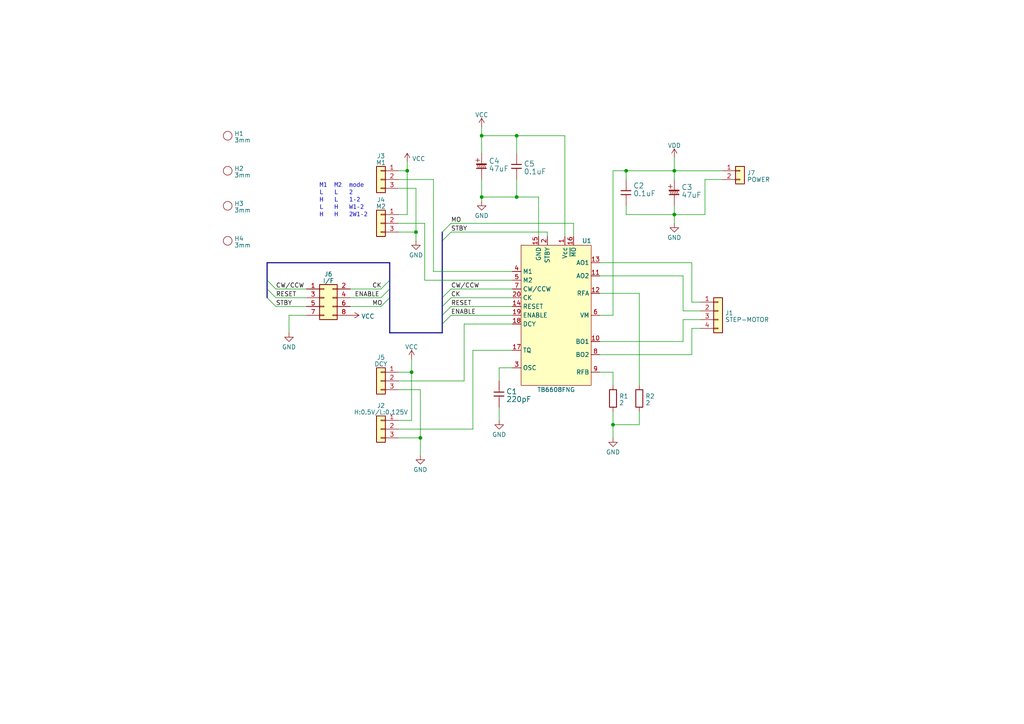
<source format=kicad_sch>
(kicad_sch (version 20230121) (generator eeschema)

  (uuid fe6068e1-55db-4f20-8000-579213a216a3)

  (paper "A4")

  (lib_symbols
    (symbol "Connector_Generic:Conn_01x02" (pin_names (offset 1.016) hide) (in_bom yes) (on_board yes)
      (property "Reference" "J" (at 0 2.54 0)
        (effects (font (size 1.27 1.27)))
      )
      (property "Value" "Conn_01x02" (at 0 -5.08 0)
        (effects (font (size 1.27 1.27)))
      )
      (property "Footprint" "" (at 0 0 0)
        (effects (font (size 1.27 1.27)) hide)
      )
      (property "Datasheet" "~" (at 0 0 0)
        (effects (font (size 1.27 1.27)) hide)
      )
      (property "ki_keywords" "connector" (at 0 0 0)
        (effects (font (size 1.27 1.27)) hide)
      )
      (property "ki_description" "Generic connector, single row, 01x02, script generated (kicad-library-utils/schlib/autogen/connector/)" (at 0 0 0)
        (effects (font (size 1.27 1.27)) hide)
      )
      (property "ki_fp_filters" "Connector*:*_1x??_*" (at 0 0 0)
        (effects (font (size 1.27 1.27)) hide)
      )
      (symbol "Conn_01x02_1_1"
        (rectangle (start -1.27 -2.413) (end 0 -2.667)
          (stroke (width 0.1524) (type default))
          (fill (type none))
        )
        (rectangle (start -1.27 0.127) (end 0 -0.127)
          (stroke (width 0.1524) (type default))
          (fill (type none))
        )
        (rectangle (start -1.27 1.27) (end 1.27 -3.81)
          (stroke (width 0.254) (type default))
          (fill (type background))
        )
        (pin passive line (at -5.08 0 0) (length 3.81)
          (name "Pin_1" (effects (font (size 1.27 1.27))))
          (number "1" (effects (font (size 1.27 1.27))))
        )
        (pin passive line (at -5.08 -2.54 0) (length 3.81)
          (name "Pin_2" (effects (font (size 1.27 1.27))))
          (number "2" (effects (font (size 1.27 1.27))))
        )
      )
    )
    (symbol "Connector_Generic:Conn_01x03" (pin_names (offset 1.016) hide) (in_bom yes) (on_board yes)
      (property "Reference" "J" (at 0 5.08 0)
        (effects (font (size 1.27 1.27)))
      )
      (property "Value" "Conn_01x03" (at 0 -5.08 0)
        (effects (font (size 1.27 1.27)))
      )
      (property "Footprint" "" (at 0 0 0)
        (effects (font (size 1.27 1.27)) hide)
      )
      (property "Datasheet" "~" (at 0 0 0)
        (effects (font (size 1.27 1.27)) hide)
      )
      (property "ki_keywords" "connector" (at 0 0 0)
        (effects (font (size 1.27 1.27)) hide)
      )
      (property "ki_description" "Generic connector, single row, 01x03, script generated (kicad-library-utils/schlib/autogen/connector/)" (at 0 0 0)
        (effects (font (size 1.27 1.27)) hide)
      )
      (property "ki_fp_filters" "Connector*:*_1x??_*" (at 0 0 0)
        (effects (font (size 1.27 1.27)) hide)
      )
      (symbol "Conn_01x03_1_1"
        (rectangle (start -1.27 -2.413) (end 0 -2.667)
          (stroke (width 0.1524) (type default))
          (fill (type none))
        )
        (rectangle (start -1.27 0.127) (end 0 -0.127)
          (stroke (width 0.1524) (type default))
          (fill (type none))
        )
        (rectangle (start -1.27 2.667) (end 0 2.413)
          (stroke (width 0.1524) (type default))
          (fill (type none))
        )
        (rectangle (start -1.27 3.81) (end 1.27 -3.81)
          (stroke (width 0.254) (type default))
          (fill (type background))
        )
        (pin passive line (at -5.08 2.54 0) (length 3.81)
          (name "Pin_1" (effects (font (size 1.27 1.27))))
          (number "1" (effects (font (size 1.27 1.27))))
        )
        (pin passive line (at -5.08 0 0) (length 3.81)
          (name "Pin_2" (effects (font (size 1.27 1.27))))
          (number "2" (effects (font (size 1.27 1.27))))
        )
        (pin passive line (at -5.08 -2.54 0) (length 3.81)
          (name "Pin_3" (effects (font (size 1.27 1.27))))
          (number "3" (effects (font (size 1.27 1.27))))
        )
      )
    )
    (symbol "Connector_Generic:Conn_01x04" (pin_names (offset 1.016) hide) (in_bom yes) (on_board yes)
      (property "Reference" "J" (at 0 5.08 0)
        (effects (font (size 1.27 1.27)))
      )
      (property "Value" "Conn_01x04" (at 0 -7.62 0)
        (effects (font (size 1.27 1.27)))
      )
      (property "Footprint" "" (at 0 0 0)
        (effects (font (size 1.27 1.27)) hide)
      )
      (property "Datasheet" "~" (at 0 0 0)
        (effects (font (size 1.27 1.27)) hide)
      )
      (property "ki_keywords" "connector" (at 0 0 0)
        (effects (font (size 1.27 1.27)) hide)
      )
      (property "ki_description" "Generic connector, single row, 01x04, script generated (kicad-library-utils/schlib/autogen/connector/)" (at 0 0 0)
        (effects (font (size 1.27 1.27)) hide)
      )
      (property "ki_fp_filters" "Connector*:*_1x??_*" (at 0 0 0)
        (effects (font (size 1.27 1.27)) hide)
      )
      (symbol "Conn_01x04_1_1"
        (rectangle (start -1.27 -4.953) (end 0 -5.207)
          (stroke (width 0.1524) (type default))
          (fill (type none))
        )
        (rectangle (start -1.27 -2.413) (end 0 -2.667)
          (stroke (width 0.1524) (type default))
          (fill (type none))
        )
        (rectangle (start -1.27 0.127) (end 0 -0.127)
          (stroke (width 0.1524) (type default))
          (fill (type none))
        )
        (rectangle (start -1.27 2.667) (end 0 2.413)
          (stroke (width 0.1524) (type default))
          (fill (type none))
        )
        (rectangle (start -1.27 3.81) (end 1.27 -6.35)
          (stroke (width 0.254) (type default))
          (fill (type background))
        )
        (pin passive line (at -5.08 2.54 0) (length 3.81)
          (name "Pin_1" (effects (font (size 1.27 1.27))))
          (number "1" (effects (font (size 1.27 1.27))))
        )
        (pin passive line (at -5.08 0 0) (length 3.81)
          (name "Pin_2" (effects (font (size 1.27 1.27))))
          (number "2" (effects (font (size 1.27 1.27))))
        )
        (pin passive line (at -5.08 -2.54 0) (length 3.81)
          (name "Pin_3" (effects (font (size 1.27 1.27))))
          (number "3" (effects (font (size 1.27 1.27))))
        )
        (pin passive line (at -5.08 -5.08 0) (length 3.81)
          (name "Pin_4" (effects (font (size 1.27 1.27))))
          (number "4" (effects (font (size 1.27 1.27))))
        )
      )
    )
    (symbol "Connector_Generic:Conn_02x04_Odd_Even" (pin_names (offset 1.016) hide) (in_bom yes) (on_board yes)
      (property "Reference" "J" (at 1.27 5.08 0)
        (effects (font (size 1.27 1.27)))
      )
      (property "Value" "Conn_02x04_Odd_Even" (at 1.27 -7.62 0)
        (effects (font (size 1.27 1.27)))
      )
      (property "Footprint" "" (at 0 0 0)
        (effects (font (size 1.27 1.27)) hide)
      )
      (property "Datasheet" "~" (at 0 0 0)
        (effects (font (size 1.27 1.27)) hide)
      )
      (property "ki_keywords" "connector" (at 0 0 0)
        (effects (font (size 1.27 1.27)) hide)
      )
      (property "ki_description" "Generic connector, double row, 02x04, odd/even pin numbering scheme (row 1 odd numbers, row 2 even numbers), script generated (kicad-library-utils/schlib/autogen/connector/)" (at 0 0 0)
        (effects (font (size 1.27 1.27)) hide)
      )
      (property "ki_fp_filters" "Connector*:*_2x??_*" (at 0 0 0)
        (effects (font (size 1.27 1.27)) hide)
      )
      (symbol "Conn_02x04_Odd_Even_1_1"
        (rectangle (start -1.27 -4.953) (end 0 -5.207)
          (stroke (width 0.1524) (type default))
          (fill (type none))
        )
        (rectangle (start -1.27 -2.413) (end 0 -2.667)
          (stroke (width 0.1524) (type default))
          (fill (type none))
        )
        (rectangle (start -1.27 0.127) (end 0 -0.127)
          (stroke (width 0.1524) (type default))
          (fill (type none))
        )
        (rectangle (start -1.27 2.667) (end 0 2.413)
          (stroke (width 0.1524) (type default))
          (fill (type none))
        )
        (rectangle (start -1.27 3.81) (end 3.81 -6.35)
          (stroke (width 0.254) (type default))
          (fill (type background))
        )
        (rectangle (start 3.81 -4.953) (end 2.54 -5.207)
          (stroke (width 0.1524) (type default))
          (fill (type none))
        )
        (rectangle (start 3.81 -2.413) (end 2.54 -2.667)
          (stroke (width 0.1524) (type default))
          (fill (type none))
        )
        (rectangle (start 3.81 0.127) (end 2.54 -0.127)
          (stroke (width 0.1524) (type default))
          (fill (type none))
        )
        (rectangle (start 3.81 2.667) (end 2.54 2.413)
          (stroke (width 0.1524) (type default))
          (fill (type none))
        )
        (pin passive line (at -5.08 2.54 0) (length 3.81)
          (name "Pin_1" (effects (font (size 1.27 1.27))))
          (number "1" (effects (font (size 1.27 1.27))))
        )
        (pin passive line (at 7.62 2.54 180) (length 3.81)
          (name "Pin_2" (effects (font (size 1.27 1.27))))
          (number "2" (effects (font (size 1.27 1.27))))
        )
        (pin passive line (at -5.08 0 0) (length 3.81)
          (name "Pin_3" (effects (font (size 1.27 1.27))))
          (number "3" (effects (font (size 1.27 1.27))))
        )
        (pin passive line (at 7.62 0 180) (length 3.81)
          (name "Pin_4" (effects (font (size 1.27 1.27))))
          (number "4" (effects (font (size 1.27 1.27))))
        )
        (pin passive line (at -5.08 -2.54 0) (length 3.81)
          (name "Pin_5" (effects (font (size 1.27 1.27))))
          (number "5" (effects (font (size 1.27 1.27))))
        )
        (pin passive line (at 7.62 -2.54 180) (length 3.81)
          (name "Pin_6" (effects (font (size 1.27 1.27))))
          (number "6" (effects (font (size 1.27 1.27))))
        )
        (pin passive line (at -5.08 -5.08 0) (length 3.81)
          (name "Pin_7" (effects (font (size 1.27 1.27))))
          (number "7" (effects (font (size 1.27 1.27))))
        )
        (pin passive line (at 7.62 -5.08 180) (length 3.81)
          (name "Pin_8" (effects (font (size 1.27 1.27))))
          (number "8" (effects (font (size 1.27 1.27))))
        )
      )
    )
    (symbol "akizuki:C-POL" (pin_numbers hide) (pin_names (offset 1.016) hide) (in_bom yes) (on_board yes)
      (property "Reference" "C" (at 2.54 2.54 0)
        (effects (font (size 1.524 1.524)))
      )
      (property "Value" "C-POL" (at -2.54 -2.54 0)
        (effects (font (size 1.524 1.524)))
      )
      (property "Footprint" "" (at 0 0 90)
        (effects (font (size 1.524 1.524)) hide)
      )
      (property "Datasheet" "" (at 0 0 90)
        (effects (font (size 1.524 1.524)) hide)
      )
      (property "ki_fp_filters" "RAD-0.2" (at 0 0 0)
        (effects (font (size 1.27 1.27)) hide)
      )
      (symbol "C-POL_0_0"
        (text "+" (at -1.143 1.905 0)
          (effects (font (size 1.524 1.524)))
        )
      )
      (symbol "C-POL_0_1"
        (rectangle (start -1.524 -0.508) (end 1.397 -0.635)
          (stroke (width 0) (type default))
          (fill (type none))
        )
        (rectangle (start -1.524 0.762) (end 1.397 0.508)
          (stroke (width 0) (type default))
          (fill (type outline))
        )
        (rectangle (start 0 -0.635) (end 0 -1.27)
          (stroke (width 0) (type default))
          (fill (type none))
        )
        (polyline
          (pts
            (xy -1.27 0.508)
            (xy -0.889 -0.508)
          )
          (stroke (width 0) (type default))
          (fill (type none))
        )
        (polyline
          (pts
            (xy -0.762 0.508)
            (xy -0.381 -0.508)
          )
          (stroke (width 0) (type default))
          (fill (type none))
        )
        (polyline
          (pts
            (xy -0.254 0.508)
            (xy 0.127 -0.508)
          )
          (stroke (width 0) (type default))
          (fill (type none))
        )
        (polyline
          (pts
            (xy 0.254 0.508)
            (xy 0.635 -0.508)
          )
          (stroke (width 0) (type default))
          (fill (type none))
        )
        (polyline
          (pts
            (xy 0.762 0.508)
            (xy 1.143 -0.508)
          )
          (stroke (width 0) (type default))
          (fill (type none))
        )
        (rectangle (start 0 1.27) (end 0 0.762)
          (stroke (width 0) (type default))
          (fill (type none))
        )
      )
      (symbol "C-POL_1_1"
        (pin passive line (at 0 3.81 270) (length 2.54)
          (name "~" (effects (font (size 1.27 1.27))))
          (number "1" (effects (font (size 1.27 1.27))))
        )
        (pin passive line (at 0 -3.81 90) (length 2.54)
          (name "~" (effects (font (size 1.27 1.27))))
          (number "2" (effects (font (size 1.27 1.27))))
        )
      )
    )
    (symbol "akizuki:CAP" (pin_numbers hide) (pin_names (offset 1.016) hide) (in_bom yes) (on_board yes)
      (property "Reference" "C" (at 2.54 2.54 0)
        (effects (font (size 1.524 1.524)))
      )
      (property "Value" "CAP" (at -2.54 -2.54 0)
        (effects (font (size 1.524 1.524)))
      )
      (property "Footprint" "" (at 0 0 90)
        (effects (font (size 1.524 1.524)) hide)
      )
      (property "Datasheet" "" (at 0 0 90)
        (effects (font (size 1.524 1.524)) hide)
      )
      (property "ki_fp_filters" "RAD-0.2 1608" (at 0 0 0)
        (effects (font (size 1.27 1.27)) hide)
      )
      (symbol "CAP_0_1"
        (rectangle (start -1.524 -0.508) (end 1.397 -0.635)
          (stroke (width 0) (type default))
          (fill (type none))
        )
        (rectangle (start -1.524 0.635) (end 1.397 0.508)
          (stroke (width 0) (type default))
          (fill (type none))
        )
        (rectangle (start 0 -0.635) (end 0 -1.27)
          (stroke (width 0) (type default))
          (fill (type none))
        )
        (rectangle (start 0 1.27) (end 0 0.635)
          (stroke (width 0) (type default))
          (fill (type none))
        )
      )
      (symbol "CAP_1_1"
        (pin passive line (at 0 -3.81 90) (length 2.54)
          (name "~" (effects (font (size 1.27 1.27))))
          (number "1" (effects (font (size 1.27 1.27))))
        )
        (pin passive line (at 0 3.81 270) (length 2.54)
          (name "~" (effects (font (size 1.27 1.27))))
          (number "2" (effects (font (size 1.27 1.27))))
        )
      )
    )
    (symbol "akizuki:Hole3mm" (in_bom yes) (on_board yes)
      (property "Reference" "H" (at 0 2.54 0)
        (effects (font (size 1.27 1.27)))
      )
      (property "Value" "3mm" (at 0 -2.54 0)
        (effects (font (size 1.27 1.27)))
      )
      (property "Footprint" "KiCAD_lib:Hole3mm" (at 0 -2.54 0)
        (effects (font (size 1.27 1.27)) hide)
      )
      (property "Datasheet" "" (at 0 0 0)
        (effects (font (size 1.27 1.27)) hide)
      )
      (symbol "Hole3mm_0_1"
        (circle (center 0 0) (radius 1.27)
          (stroke (width 0) (type default))
          (fill (type none))
        )
      )
    )
    (symbol "akizuki:R" (pin_numbers hide) (pin_names (offset 0)) (in_bom yes) (on_board yes)
      (property "Reference" "R" (at 0 2.54 0)
        (effects (font (size 1.27 1.27)))
      )
      (property "Value" "R" (at 0 -2.54 0)
        (effects (font (size 1.27 1.27)))
      )
      (property "Footprint" "" (at 0 -1.778 0)
        (effects (font (size 1.27 1.27)) hide)
      )
      (property "Datasheet" "" (at 0 0 90)
        (effects (font (size 1.27 1.27)) hide)
      )
      (property "ki_keywords" "R DEV" (at 0 0 0)
        (effects (font (size 1.27 1.27)) hide)
      )
      (property "ki_description" "Resistor" (at 0 0 0)
        (effects (font (size 1.27 1.27)) hide)
      )
      (property "ki_fp_filters" "R_* Resistor_*" (at 0 0 0)
        (effects (font (size 1.27 1.27)) hide)
      )
      (symbol "R_0_1"
        (rectangle (start 2.54 -1.016) (end -2.54 1.016)
          (stroke (width 0.254) (type default))
          (fill (type none))
        )
      )
      (symbol "R_1_1"
        (pin passive line (at -3.81 0 0) (length 1.27)
          (name "~" (effects (font (size 1.27 1.27))))
          (number "1" (effects (font (size 1.27 1.27))))
        )
        (pin passive line (at 3.81 0 180) (length 1.27)
          (name "~" (effects (font (size 1.27 1.27))))
          (number "2" (effects (font (size 1.27 1.27))))
        )
      )
    )
    (symbol "akizuki:TB6608FNG" (in_bom yes) (on_board yes)
      (property "Reference" "U" (at 8.89 21.59 0)
        (effects (font (size 1.27 1.27)))
      )
      (property "Value" "TB6608FNG" (at 0 -21.59 0)
        (effects (font (size 1.27 1.27)))
      )
      (property "Footprint" "Package_SO:SSOP-20_4.4x6.5mm_P0.65mm" (at 0 -24.13 0)
        (effects (font (size 1.27 1.27)) hide)
      )
      (property "Datasheet" "" (at -3.81 -2.54 0)
        (effects (font (size 1.27 1.27)) hide)
      )
      (property "ki_keywords" "TOSHIBA" (at 0 0 0)
        (effects (font (size 1.27 1.27)) hide)
      )
      (property "ki_description" "TOSHIBA ステッピングモータドライバ PWM 定電流方式マイクロステップ正弦波駆動" (at 0 0 0)
        (effects (font (size 1.27 1.27)) hide)
      )
      (symbol "TB6608FNG_0_1"
        (rectangle (start -10.16 20.32) (end 10.16 -20.32)
          (stroke (width 0) (type default))
          (fill (type background))
        )
      )
      (symbol "TB6608FNG_1_1"
        (pin power_in line (at 2.54 22.86 270) (length 2.54)
          (name "Vcc" (effects (font (size 1.27 1.27))))
          (number "1" (effects (font (size 1.27 1.27))))
        )
        (pin output line (at 12.7 -7.62 180) (length 2.54)
          (name "BO1" (effects (font (size 1.27 1.27))))
          (number "10" (effects (font (size 1.27 1.27))))
        )
        (pin output line (at 12.7 11.43 180) (length 2.54)
          (name "AO2" (effects (font (size 1.27 1.27))))
          (number "11" (effects (font (size 1.27 1.27))))
        )
        (pin input line (at 12.7 6.35 180) (length 2.54)
          (name "RFA" (effects (font (size 1.27 1.27))))
          (number "12" (effects (font (size 1.27 1.27))))
        )
        (pin output line (at 12.7 15.24 180) (length 2.54)
          (name "AO1" (effects (font (size 1.27 1.27))))
          (number "13" (effects (font (size 1.27 1.27))))
        )
        (pin input line (at -12.7 2.54 0) (length 2.54)
          (name "RESET" (effects (font (size 1.27 1.27))))
          (number "14" (effects (font (size 1.27 1.27))))
        )
        (pin power_in line (at -5.08 22.86 270) (length 2.54)
          (name "GND" (effects (font (size 1.27 1.27))))
          (number "15" (effects (font (size 1.27 1.27))))
        )
        (pin output line (at 5.08 22.86 270) (length 2.54)
          (name "~{MO}" (effects (font (size 1.27 1.27))))
          (number "16" (effects (font (size 1.27 1.27))))
        )
        (pin input line (at -12.7 -10.16 0) (length 2.54)
          (name "TQ" (effects (font (size 1.27 1.27))))
          (number "17" (effects (font (size 1.27 1.27))))
        )
        (pin input line (at -12.7 -2.54 0) (length 2.54)
          (name "DCY" (effects (font (size 1.27 1.27))))
          (number "18" (effects (font (size 1.27 1.27))))
        )
        (pin input line (at -12.7 0 0) (length 2.54)
          (name "ENABLE" (effects (font (size 1.27 1.27))))
          (number "19" (effects (font (size 1.27 1.27))))
        )
        (pin input line (at -2.54 22.86 270) (length 2.54)
          (name "STBY" (effects (font (size 1.27 1.27))))
          (number "2" (effects (font (size 1.27 1.27))))
        )
        (pin input line (at -12.7 5.08 0) (length 2.54)
          (name "CK" (effects (font (size 1.27 1.27))))
          (number "20" (effects (font (size 1.27 1.27))))
        )
        (pin input line (at -12.7 -15.24 0) (length 2.54)
          (name "OSC" (effects (font (size 1.27 1.27))))
          (number "3" (effects (font (size 1.27 1.27))))
        )
        (pin input line (at -12.7 12.7 0) (length 2.54)
          (name "M1" (effects (font (size 1.27 1.27))))
          (number "4" (effects (font (size 1.27 1.27))))
        )
        (pin input line (at -12.7 10.16 0) (length 2.54)
          (name "M2" (effects (font (size 1.27 1.27))))
          (number "5" (effects (font (size 1.27 1.27))))
        )
        (pin power_in line (at 12.7 0 180) (length 2.54)
          (name "VM" (effects (font (size 1.27 1.27))))
          (number "6" (effects (font (size 1.27 1.27))))
        )
        (pin input line (at -12.7 7.62 0) (length 2.54)
          (name "CW/CCW" (effects (font (size 1.27 1.27))))
          (number "7" (effects (font (size 1.27 1.27))))
        )
        (pin output line (at 12.7 -11.43 180) (length 2.54)
          (name "BO2" (effects (font (size 1.27 1.27))))
          (number "8" (effects (font (size 1.27 1.27))))
        )
        (pin input line (at 12.7 -16.51 180) (length 2.54)
          (name "RFB" (effects (font (size 1.27 1.27))))
          (number "9" (effects (font (size 1.27 1.27))))
        )
      )
    )
    (symbol "power:GND" (power) (pin_names (offset 0)) (in_bom yes) (on_board yes)
      (property "Reference" "#PWR" (at 0 -6.35 0)
        (effects (font (size 1.27 1.27)) hide)
      )
      (property "Value" "GND" (at 0 -3.81 0)
        (effects (font (size 1.27 1.27)))
      )
      (property "Footprint" "" (at 0 0 0)
        (effects (font (size 1.27 1.27)) hide)
      )
      (property "Datasheet" "" (at 0 0 0)
        (effects (font (size 1.27 1.27)) hide)
      )
      (property "ki_keywords" "global power" (at 0 0 0)
        (effects (font (size 1.27 1.27)) hide)
      )
      (property "ki_description" "Power symbol creates a global label with name \"GND\" , ground" (at 0 0 0)
        (effects (font (size 1.27 1.27)) hide)
      )
      (symbol "GND_0_1"
        (polyline
          (pts
            (xy 0 0)
            (xy 0 -1.27)
            (xy 1.27 -1.27)
            (xy 0 -2.54)
            (xy -1.27 -1.27)
            (xy 0 -1.27)
          )
          (stroke (width 0) (type default))
          (fill (type none))
        )
      )
      (symbol "GND_1_1"
        (pin power_in line (at 0 0 270) (length 0) hide
          (name "GND" (effects (font (size 1.27 1.27))))
          (number "1" (effects (font (size 1.27 1.27))))
        )
      )
    )
    (symbol "power:VCC" (power) (pin_names (offset 0)) (in_bom yes) (on_board yes)
      (property "Reference" "#PWR" (at 0 -3.81 0)
        (effects (font (size 1.27 1.27)) hide)
      )
      (property "Value" "VCC" (at 0 3.81 0)
        (effects (font (size 1.27 1.27)))
      )
      (property "Footprint" "" (at 0 0 0)
        (effects (font (size 1.27 1.27)) hide)
      )
      (property "Datasheet" "" (at 0 0 0)
        (effects (font (size 1.27 1.27)) hide)
      )
      (property "ki_keywords" "global power" (at 0 0 0)
        (effects (font (size 1.27 1.27)) hide)
      )
      (property "ki_description" "Power symbol creates a global label with name \"VCC\"" (at 0 0 0)
        (effects (font (size 1.27 1.27)) hide)
      )
      (symbol "VCC_0_1"
        (polyline
          (pts
            (xy -0.762 1.27)
            (xy 0 2.54)
          )
          (stroke (width 0) (type default))
          (fill (type none))
        )
        (polyline
          (pts
            (xy 0 0)
            (xy 0 2.54)
          )
          (stroke (width 0) (type default))
          (fill (type none))
        )
        (polyline
          (pts
            (xy 0 2.54)
            (xy 0.762 1.27)
          )
          (stroke (width 0) (type default))
          (fill (type none))
        )
      )
      (symbol "VCC_1_1"
        (pin power_in line (at 0 0 90) (length 0) hide
          (name "VCC" (effects (font (size 1.27 1.27))))
          (number "1" (effects (font (size 1.27 1.27))))
        )
      )
    )
    (symbol "power:VDD" (power) (pin_names (offset 0)) (in_bom yes) (on_board yes)
      (property "Reference" "#PWR" (at 0 -3.81 0)
        (effects (font (size 1.27 1.27)) hide)
      )
      (property "Value" "VDD" (at 0 3.81 0)
        (effects (font (size 1.27 1.27)))
      )
      (property "Footprint" "" (at 0 0 0)
        (effects (font (size 1.27 1.27)) hide)
      )
      (property "Datasheet" "" (at 0 0 0)
        (effects (font (size 1.27 1.27)) hide)
      )
      (property "ki_keywords" "global power" (at 0 0 0)
        (effects (font (size 1.27 1.27)) hide)
      )
      (property "ki_description" "Power symbol creates a global label with name \"VDD\"" (at 0 0 0)
        (effects (font (size 1.27 1.27)) hide)
      )
      (symbol "VDD_0_1"
        (polyline
          (pts
            (xy -0.762 1.27)
            (xy 0 2.54)
          )
          (stroke (width 0) (type default))
          (fill (type none))
        )
        (polyline
          (pts
            (xy 0 0)
            (xy 0 2.54)
          )
          (stroke (width 0) (type default))
          (fill (type none))
        )
        (polyline
          (pts
            (xy 0 2.54)
            (xy 0.762 1.27)
          )
          (stroke (width 0) (type default))
          (fill (type none))
        )
      )
      (symbol "VDD_1_1"
        (pin power_in line (at 0 0 90) (length 0) hide
          (name "VDD" (effects (font (size 1.27 1.27))))
          (number "1" (effects (font (size 1.27 1.27))))
        )
      )
    )
  )

  (junction (at 195.58 49.53) (diameter 0) (color 0 0 0 0)
    (uuid 257c82ce-dd91-4e9b-88e9-2ca572ce28f4)
  )
  (junction (at 118.11 49.53) (diameter 0) (color 0 0 0 0)
    (uuid 278d4c8d-9161-43d5-8cd8-0fc1e721b9da)
  )
  (junction (at 181.61 49.53) (diameter 0) (color 0 0 0 0)
    (uuid 4c9bb00e-f0cd-4e48-a111-e9dd69c1cf16)
  )
  (junction (at 149.86 39.37) (diameter 0) (color 0 0 0 0)
    (uuid 61e16465-cd4a-4b37-9ce1-e8e119e64b4d)
  )
  (junction (at 149.86 57.15) (diameter 0) (color 0 0 0 0)
    (uuid 722b7302-e004-41dd-bfab-df6685916a8d)
  )
  (junction (at 121.92 127) (diameter 0) (color 0 0 0 0)
    (uuid 99528a1f-4f1e-46fc-be2e-4a8ed8e1dee4)
  )
  (junction (at 177.8 123.19) (diameter 0) (color 0 0 0 0)
    (uuid a156ff25-adbe-4817-8930-5bd829659f71)
  )
  (junction (at 139.7 57.15) (diameter 0) (color 0 0 0 0)
    (uuid a5268b79-be3f-4fab-88db-57e6f32c35d6)
  )
  (junction (at 119.38 107.95) (diameter 0) (color 0 0 0 0)
    (uuid b8728f73-7876-4fe6-ba25-ecfbc532f330)
  )
  (junction (at 139.7 39.37) (diameter 0) (color 0 0 0 0)
    (uuid bfec5810-6009-474d-bef5-98fd28050749)
  )
  (junction (at 195.58 62.23) (diameter 0) (color 0 0 0 0)
    (uuid da135b5e-4321-4c36-a61c-d541bfad6b0e)
  )
  (junction (at 120.65 67.31) (diameter 0) (color 0 0 0 0)
    (uuid e5a24b5f-83b1-4809-9dd4-3e9c96c033a9)
  )

  (bus_entry (at 113.03 83.82) (size -2.54 2.54)
    (stroke (width 0) (type default))
    (uuid 33eef336-c679-48b3-94a4-b4b9fc9a2541)
  )
  (bus_entry (at 77.47 83.82) (size 2.54 2.54)
    (stroke (width 0) (type default))
    (uuid 61d60afe-14bd-4f9a-be77-cbaee13a3f2a)
  )
  (bus_entry (at 130.81 86.36) (size -2.54 2.54)
    (stroke (width 0) (type default))
    (uuid 7954673b-0bb1-4bfc-8c08-fb22621b567a)
  )
  (bus_entry (at 130.81 83.82) (size -2.54 2.54)
    (stroke (width 0) (type default))
    (uuid 836bb797-6485-44e0-b1a1-9e0123dc632b)
  )
  (bus_entry (at 128.27 69.85) (size 2.54 -2.54)
    (stroke (width 0) (type default))
    (uuid ad266aff-8c23-47f9-a9aa-f2920a9a23f3)
  )
  (bus_entry (at 130.81 91.44) (size -2.54 2.54)
    (stroke (width 0) (type default))
    (uuid bc6e6981-04f8-43a5-ae76-c585f2ef7dc3)
  )
  (bus_entry (at 128.27 67.31) (size 2.54 -2.54)
    (stroke (width 0) (type default))
    (uuid c85cb9ff-1594-4587-a33c-874ec5ff2563)
  )
  (bus_entry (at 113.03 86.36) (size -2.54 2.54)
    (stroke (width 0) (type default))
    (uuid cbf0ca9b-7ec0-4674-99bd-97d55c322438)
  )
  (bus_entry (at 77.47 86.36) (size 2.54 2.54)
    (stroke (width 0) (type default))
    (uuid cce6a696-6e1a-4d3f-9229-34429c4da750)
  )
  (bus_entry (at 113.03 81.28) (size -2.54 2.54)
    (stroke (width 0) (type default))
    (uuid d0d30b96-995e-45e5-a9be-3e72e8dc9dc5)
  )
  (bus_entry (at 130.81 88.9) (size -2.54 2.54)
    (stroke (width 0) (type default))
    (uuid d94ae2de-4c08-4a04-bc81-a9a03522a982)
  )
  (bus_entry (at 77.47 81.28) (size 2.54 2.54)
    (stroke (width 0) (type default))
    (uuid dbbcab76-9ef6-4ce6-ab90-3d0f76e74cf9)
  )

  (bus (pts (xy 77.47 81.28) (xy 77.47 83.82))
    (stroke (width 0) (type default))
    (uuid 0341750e-6e46-4acf-aed4-2b97eb12392a)
  )

  (wire (pts (xy 134.62 93.98) (xy 134.62 110.49))
    (stroke (width 0) (type default))
    (uuid 041821b0-f37c-43fd-ac3b-1f9f083bca99)
  )
  (wire (pts (xy 195.58 62.23) (xy 195.58 64.77))
    (stroke (width 0) (type default))
    (uuid 049eac92-b32c-490a-8eec-471020d5908f)
  )
  (wire (pts (xy 101.6 88.9) (xy 110.49 88.9))
    (stroke (width 0) (type default))
    (uuid 04c585be-ed87-4be3-94cc-a5d387affd78)
  )
  (wire (pts (xy 195.58 62.23) (xy 204.47 62.23))
    (stroke (width 0) (type default))
    (uuid 0560f047-5006-443c-855f-f9d76ba56ff1)
  )
  (wire (pts (xy 144.78 106.68) (xy 144.78 110.49))
    (stroke (width 0) (type default))
    (uuid 0693669c-f218-466c-b794-bb5fc00d5947)
  )
  (bus (pts (xy 113.03 83.82) (xy 113.03 81.28))
    (stroke (width 0) (type default))
    (uuid 06d6a1ea-043c-4d4d-b582-04ee7355d398)
  )

  (wire (pts (xy 115.57 124.46) (xy 137.16 124.46))
    (stroke (width 0) (type default))
    (uuid 0c407aa4-f3ee-4ead-920e-8e3aa530bf10)
  )
  (wire (pts (xy 115.57 62.23) (xy 118.11 62.23))
    (stroke (width 0) (type default))
    (uuid 0da607fb-a9a2-4f86-86f7-cc742d33661a)
  )
  (wire (pts (xy 181.61 59.69) (xy 181.61 62.23))
    (stroke (width 0) (type default))
    (uuid 0dc049dd-fa49-4d93-ba20-f56309002886)
  )
  (wire (pts (xy 185.42 85.09) (xy 185.42 111.76))
    (stroke (width 0) (type default))
    (uuid 133d7c26-4efe-4b35-a134-9d0f01d28311)
  )
  (wire (pts (xy 130.81 88.9) (xy 148.59 88.9))
    (stroke (width 0) (type default))
    (uuid 14ff55a2-47c6-4015-ac87-0edbd4934c6b)
  )
  (wire (pts (xy 118.11 62.23) (xy 118.11 49.53))
    (stroke (width 0) (type default))
    (uuid 1545ae00-735c-45d9-8a18-355a73103c27)
  )
  (wire (pts (xy 130.81 64.77) (xy 166.37 64.77))
    (stroke (width 0) (type default))
    (uuid 1832942a-66bb-4ad0-b50f-4965b37d13ad)
  )
  (wire (pts (xy 173.99 80.01) (xy 198.12 80.01))
    (stroke (width 0) (type default))
    (uuid 1d72e8e6-463b-407a-b39a-8284c5cbe385)
  )
  (bus (pts (xy 113.03 96.52) (xy 113.03 86.36))
    (stroke (width 0) (type default))
    (uuid 1f46dd66-4c3d-48e8-af38-ec32c1ab53ac)
  )

  (wire (pts (xy 195.58 49.53) (xy 195.58 52.07))
    (stroke (width 0) (type default))
    (uuid 2324d010-6a23-4094-b844-70649782e25f)
  )
  (wire (pts (xy 198.12 92.71) (xy 203.2 92.71))
    (stroke (width 0) (type default))
    (uuid 23b1e026-3ed2-478c-b63c-d5079bf7b266)
  )
  (wire (pts (xy 204.47 52.07) (xy 204.47 62.23))
    (stroke (width 0) (type default))
    (uuid 25a2a86e-c592-406d-96b5-1c64af12fec8)
  )
  (wire (pts (xy 134.62 110.49) (xy 115.57 110.49))
    (stroke (width 0) (type default))
    (uuid 29c71c56-0f80-4992-a5c3-1b03c7681a96)
  )
  (wire (pts (xy 173.99 91.44) (xy 177.8 91.44))
    (stroke (width 0) (type default))
    (uuid 2b4b34e2-3ae8-4f47-b49e-481d7a005959)
  )
  (wire (pts (xy 195.58 49.53) (xy 209.55 49.53))
    (stroke (width 0) (type default))
    (uuid 30886959-c4ea-4324-9a3c-e041872fe3dc)
  )
  (wire (pts (xy 80.01 86.36) (xy 88.9 86.36))
    (stroke (width 0) (type default))
    (uuid 346d856a-3201-4029-b952-a37657596d55)
  )
  (wire (pts (xy 115.57 54.61) (xy 120.65 54.61))
    (stroke (width 0) (type default))
    (uuid 34bb7dc0-6449-4b69-863c-61c9a5914ba7)
  )
  (wire (pts (xy 200.66 102.87) (xy 173.99 102.87))
    (stroke (width 0) (type default))
    (uuid 3542c362-a882-48b6-a05a-37b5cc522c11)
  )
  (wire (pts (xy 80.01 83.82) (xy 88.9 83.82))
    (stroke (width 0) (type default))
    (uuid 35ba82b2-b737-421d-9b45-db92c4c2e8a4)
  )
  (wire (pts (xy 185.42 123.19) (xy 185.42 119.38))
    (stroke (width 0) (type default))
    (uuid 378a5cf1-c6ee-400f-b294-921a261066e4)
  )
  (wire (pts (xy 144.78 118.11) (xy 144.78 121.92))
    (stroke (width 0) (type default))
    (uuid 3880da29-b139-47e3-97ed-4c0a71e71d4a)
  )
  (wire (pts (xy 148.59 93.98) (xy 134.62 93.98))
    (stroke (width 0) (type default))
    (uuid 3a597aa8-add4-44db-805e-bfe98639f232)
  )
  (wire (pts (xy 83.82 91.44) (xy 83.82 96.52))
    (stroke (width 0) (type default))
    (uuid 3cd8b04a-c079-44c8-85b7-e9c850adfdbd)
  )
  (wire (pts (xy 115.57 121.92) (xy 119.38 121.92))
    (stroke (width 0) (type default))
    (uuid 3e2b7150-f32e-4174-b458-0f01c5a13f00)
  )
  (wire (pts (xy 80.01 88.9) (xy 88.9 88.9))
    (stroke (width 0) (type default))
    (uuid 434cd9e3-5c08-4ea7-a502-0cafb173c877)
  )
  (bus (pts (xy 128.27 67.31) (xy 128.27 69.85))
    (stroke (width 0) (type default))
    (uuid 4aa3b6c2-e7ef-4267-be71-4f4bf6155e66)
  )
  (bus (pts (xy 77.47 83.82) (xy 77.47 86.36))
    (stroke (width 0) (type default))
    (uuid 4b3f26a1-5cef-48cb-985b-1d5c54593afb)
  )
  (bus (pts (xy 128.27 69.85) (xy 128.27 86.36))
    (stroke (width 0) (type default))
    (uuid 4ba4e624-03b7-4893-a294-57d93ffe415b)
  )

  (wire (pts (xy 198.12 99.06) (xy 198.12 92.71))
    (stroke (width 0) (type default))
    (uuid 4cd022a3-63cc-43ef-81df-16a73918ab83)
  )
  (wire (pts (xy 149.86 39.37) (xy 149.86 44.45))
    (stroke (width 0) (type default))
    (uuid 526f543b-6d0d-4c54-8a6a-bea38636c9da)
  )
  (wire (pts (xy 200.66 76.2) (xy 200.66 87.63))
    (stroke (width 0) (type default))
    (uuid 546778ba-a4d2-4b4e-a764-ba8bf631d799)
  )
  (wire (pts (xy 101.6 86.36) (xy 110.49 86.36))
    (stroke (width 0) (type default))
    (uuid 5d03cb7b-4a37-4052-8b60-3088e94677c6)
  )
  (wire (pts (xy 115.57 52.07) (xy 125.73 52.07))
    (stroke (width 0) (type default))
    (uuid 5ef12a62-1174-443b-9f4f-2bf3b58dc7ac)
  )
  (wire (pts (xy 200.66 87.63) (xy 203.2 87.63))
    (stroke (width 0) (type default))
    (uuid 60a190ab-aeba-4f84-a113-ad960a31276b)
  )
  (wire (pts (xy 177.8 107.95) (xy 173.99 107.95))
    (stroke (width 0) (type default))
    (uuid 61d3d73a-471b-4da0-ac48-4d1e90fecc8c)
  )
  (wire (pts (xy 177.8 49.53) (xy 181.61 49.53))
    (stroke (width 0) (type default))
    (uuid 61f54a18-a0dd-45c7-abf6-a7ba7e14d5d8)
  )
  (bus (pts (xy 128.27 96.52) (xy 113.03 96.52))
    (stroke (width 0) (type default))
    (uuid 62a05944-7d0b-44c1-819a-b981cf4fe37d)
  )

  (wire (pts (xy 181.61 49.53) (xy 195.58 49.53))
    (stroke (width 0) (type default))
    (uuid 64742ad3-7b94-4530-84aa-7a7cff37fea0)
  )
  (wire (pts (xy 149.86 52.07) (xy 149.86 57.15))
    (stroke (width 0) (type default))
    (uuid 64d27579-8da8-4283-8e1b-4cdd55a5c51d)
  )
  (wire (pts (xy 139.7 36.83) (xy 139.7 39.37))
    (stroke (width 0) (type default))
    (uuid 6cd9d3b6-4814-49d7-b1d4-30791a4a3121)
  )
  (wire (pts (xy 166.37 64.77) (xy 166.37 68.58))
    (stroke (width 0) (type default))
    (uuid 6ee41b12-9462-4b37-8d95-489aeb73e7c1)
  )
  (wire (pts (xy 195.58 59.69) (xy 195.58 62.23))
    (stroke (width 0) (type default))
    (uuid 72e84a1b-b961-46b5-b9c7-78880b852155)
  )
  (wire (pts (xy 198.12 90.17) (xy 203.2 90.17))
    (stroke (width 0) (type default))
    (uuid 73552aae-7152-439e-91d6-96dc5de23253)
  )
  (wire (pts (xy 173.99 85.09) (xy 185.42 85.09))
    (stroke (width 0) (type default))
    (uuid 74a8dff0-21ad-4ec6-96b8-4d9618f4c445)
  )
  (wire (pts (xy 115.57 67.31) (xy 120.65 67.31))
    (stroke (width 0) (type default))
    (uuid 77839407-734f-4c7b-b20f-6b4a62574b22)
  )
  (wire (pts (xy 125.73 78.74) (xy 148.59 78.74))
    (stroke (width 0) (type default))
    (uuid 7838d3ff-4720-4ab5-8145-df9055922140)
  )
  (wire (pts (xy 181.61 62.23) (xy 195.58 62.23))
    (stroke (width 0) (type default))
    (uuid 7bdf104c-1da5-4e61-9844-e61df7ae8975)
  )
  (wire (pts (xy 203.2 95.25) (xy 200.66 95.25))
    (stroke (width 0) (type default))
    (uuid 7cd87bae-24e5-4b15-96c9-6e9e8215111a)
  )
  (wire (pts (xy 209.55 52.07) (xy 204.47 52.07))
    (stroke (width 0) (type default))
    (uuid 81cee6ab-9836-47a9-83b3-f602686d7ae0)
  )
  (wire (pts (xy 119.38 104.14) (xy 119.38 107.95))
    (stroke (width 0) (type default))
    (uuid 86848411-3631-4926-8256-b870050bac1f)
  )
  (wire (pts (xy 200.66 95.25) (xy 200.66 102.87))
    (stroke (width 0) (type default))
    (uuid 887e76ab-f38e-42d6-9f7e-93e13d7c206d)
  )
  (wire (pts (xy 149.86 39.37) (xy 139.7 39.37))
    (stroke (width 0) (type default))
    (uuid 88838e35-b0f5-45bf-8fad-e266f8bd9145)
  )
  (wire (pts (xy 115.57 113.03) (xy 121.92 113.03))
    (stroke (width 0) (type default))
    (uuid 8888d639-5c43-4710-9f10-8c592efe9b38)
  )
  (wire (pts (xy 120.65 67.31) (xy 120.65 69.85))
    (stroke (width 0) (type default))
    (uuid 8b523ab9-c1ff-46ee-86c0-da02481d1d22)
  )
  (bus (pts (xy 128.27 86.36) (xy 128.27 88.9))
    (stroke (width 0) (type default))
    (uuid 8c77a742-896c-40a8-bf7f-07bcfadbad75)
  )

  (wire (pts (xy 137.16 101.6) (xy 148.59 101.6))
    (stroke (width 0) (type default))
    (uuid 92837fd3-c2af-4037-8d8f-1bf3bff04a5d)
  )
  (bus (pts (xy 128.27 88.9) (xy 128.27 91.44))
    (stroke (width 0) (type default))
    (uuid 93076303-88d9-46cd-b16c-e50c31ee886e)
  )

  (wire (pts (xy 115.57 107.95) (xy 119.38 107.95))
    (stroke (width 0) (type default))
    (uuid 98b719b9-fcc4-4411-8df8-81aee156dc0b)
  )
  (wire (pts (xy 156.21 68.58) (xy 156.21 57.15))
    (stroke (width 0) (type default))
    (uuid 9b711c6f-8e8b-44ab-9b56-65f28cb26003)
  )
  (wire (pts (xy 177.8 123.19) (xy 185.42 123.19))
    (stroke (width 0) (type default))
    (uuid 9f7226ee-d9b6-49be-9531-9943789f957c)
  )
  (wire (pts (xy 120.65 54.61) (xy 120.65 67.31))
    (stroke (width 0) (type default))
    (uuid a11e4a4e-987f-4935-b7e8-2cfcfc77be1f)
  )
  (wire (pts (xy 137.16 124.46) (xy 137.16 101.6))
    (stroke (width 0) (type default))
    (uuid a3387ed1-853e-4672-b2a1-49374e6fdccf)
  )
  (bus (pts (xy 113.03 81.28) (xy 113.03 76.2))
    (stroke (width 0) (type default))
    (uuid a73a2108-6876-469a-8949-dcc2ea1f5a15)
  )

  (wire (pts (xy 148.59 106.68) (xy 144.78 106.68))
    (stroke (width 0) (type default))
    (uuid ab325429-2577-47d0-a93a-c411f3110b0a)
  )
  (wire (pts (xy 177.8 91.44) (xy 177.8 49.53))
    (stroke (width 0) (type default))
    (uuid ac963316-2a2f-4792-be7a-db5305e7853d)
  )
  (wire (pts (xy 88.9 91.44) (xy 83.82 91.44))
    (stroke (width 0) (type default))
    (uuid adf48351-f70a-42df-8929-798ab706b4ee)
  )
  (wire (pts (xy 130.81 67.31) (xy 158.75 67.31))
    (stroke (width 0) (type default))
    (uuid ae13f44e-06c1-4a73-ba32-9da8c582bc3e)
  )
  (wire (pts (xy 123.19 81.28) (xy 148.59 81.28))
    (stroke (width 0) (type default))
    (uuid af5e1ce9-f916-4fd7-9caf-f96f0285e499)
  )
  (bus (pts (xy 77.47 76.2) (xy 77.47 81.28))
    (stroke (width 0) (type default))
    (uuid b43d5fa2-b703-49a1-ab6b-29186bacbded)
  )

  (wire (pts (xy 177.8 119.38) (xy 177.8 123.19))
    (stroke (width 0) (type default))
    (uuid bac475f2-db52-438d-bfe6-8c6bd984af29)
  )
  (wire (pts (xy 156.21 57.15) (xy 149.86 57.15))
    (stroke (width 0) (type default))
    (uuid be6c1581-e0dd-4b28-8af3-9ad99c5d3a59)
  )
  (wire (pts (xy 115.57 64.77) (xy 123.19 64.77))
    (stroke (width 0) (type default))
    (uuid bf86b8c1-9647-431f-84f2-b7de1e61b891)
  )
  (wire (pts (xy 119.38 107.95) (xy 119.38 121.92))
    (stroke (width 0) (type default))
    (uuid c439e8e7-c0d2-4ce9-9764-32e4eba93c12)
  )
  (wire (pts (xy 139.7 57.15) (xy 139.7 58.42))
    (stroke (width 0) (type default))
    (uuid c5baf501-4bb4-410a-8df1-77f54eca2dbd)
  )
  (wire (pts (xy 139.7 39.37) (xy 139.7 44.45))
    (stroke (width 0) (type default))
    (uuid c6eb9300-4c1f-4a1c-a114-59d68cb28f06)
  )
  (wire (pts (xy 101.6 83.82) (xy 110.49 83.82))
    (stroke (width 0) (type default))
    (uuid c7e62acc-3d0a-4457-9e0d-e6f472f54ceb)
  )
  (bus (pts (xy 113.03 76.2) (xy 77.47 76.2))
    (stroke (width 0) (type default))
    (uuid cecee596-4dca-41b9-a6a2-160108a27587)
  )

  (wire (pts (xy 121.92 113.03) (xy 121.92 127))
    (stroke (width 0) (type default))
    (uuid cfb595b7-84c0-4190-9e84-f6cc80350170)
  )
  (wire (pts (xy 123.19 64.77) (xy 123.19 81.28))
    (stroke (width 0) (type default))
    (uuid d031dc33-5a89-4712-8ecc-97c18ca2b4dc)
  )
  (wire (pts (xy 130.81 91.44) (xy 148.59 91.44))
    (stroke (width 0) (type default))
    (uuid d3702755-55f0-42a3-b75a-240535571ead)
  )
  (bus (pts (xy 128.27 93.98) (xy 128.27 96.52))
    (stroke (width 0) (type default))
    (uuid d8de214a-f114-4988-9be2-a07bc0d55deb)
  )

  (wire (pts (xy 195.58 45.72) (xy 195.58 49.53))
    (stroke (width 0) (type default))
    (uuid d95dbca3-a2d9-4385-bd30-34839a364f68)
  )
  (wire (pts (xy 115.57 49.53) (xy 118.11 49.53))
    (stroke (width 0) (type default))
    (uuid da5b6b0d-46cb-4024-b0f1-d5d2bf4b6c05)
  )
  (wire (pts (xy 173.99 99.06) (xy 198.12 99.06))
    (stroke (width 0) (type default))
    (uuid df62b50f-6aa9-44b4-a14b-0bac423d9e46)
  )
  (wire (pts (xy 130.81 83.82) (xy 148.59 83.82))
    (stroke (width 0) (type default))
    (uuid e051cf16-8374-4ee9-9e68-4bbe949f00c1)
  )
  (wire (pts (xy 149.86 57.15) (xy 139.7 57.15))
    (stroke (width 0) (type default))
    (uuid e16b10f8-faf5-4425-b925-1dee956be0dc)
  )
  (wire (pts (xy 181.61 49.53) (xy 181.61 52.07))
    (stroke (width 0) (type default))
    (uuid e2c481c3-eca5-4b31-bec6-0affb568cf0a)
  )
  (wire (pts (xy 139.7 52.07) (xy 139.7 57.15))
    (stroke (width 0) (type default))
    (uuid e9fb5a8a-f27d-4a5b-8f42-91381b445b6d)
  )
  (wire (pts (xy 177.8 111.76) (xy 177.8 107.95))
    (stroke (width 0) (type default))
    (uuid eb8e0b6c-e08f-43af-8033-684d29fb67f3)
  )
  (wire (pts (xy 158.75 68.58) (xy 158.75 67.31))
    (stroke (width 0) (type default))
    (uuid eb93613d-3c74-42f6-8d9b-3520656ad613)
  )
  (wire (pts (xy 149.86 39.37) (xy 163.83 39.37))
    (stroke (width 0) (type default))
    (uuid ec37a595-734c-4707-ba86-b0f3d3f262d6)
  )
  (wire (pts (xy 163.83 68.58) (xy 163.83 39.37))
    (stroke (width 0) (type default))
    (uuid ee6bb502-00dd-44fa-a37e-4b77f9e8ab2d)
  )
  (bus (pts (xy 128.27 91.44) (xy 128.27 93.98))
    (stroke (width 0) (type default))
    (uuid f072644c-82a1-4cdd-976d-dc4346b7fed7)
  )

  (wire (pts (xy 118.11 49.53) (xy 118.11 46.99))
    (stroke (width 0) (type default))
    (uuid f1d3d1cd-cdf5-436f-9904-ea1586375f90)
  )
  (wire (pts (xy 130.81 86.36) (xy 148.59 86.36))
    (stroke (width 0) (type default))
    (uuid f2d856ad-7b07-4603-bbc1-b32110e9ad13)
  )
  (wire (pts (xy 115.57 127) (xy 121.92 127))
    (stroke (width 0) (type default))
    (uuid f402e722-01a8-4635-85e5-2e4e941cf05a)
  )
  (bus (pts (xy 113.03 86.36) (xy 113.03 83.82))
    (stroke (width 0) (type default))
    (uuid f60947ef-9a24-44a7-9dc7-c7c5e944c99e)
  )

  (wire (pts (xy 125.73 52.07) (xy 125.73 78.74))
    (stroke (width 0) (type default))
    (uuid f641168a-3f3b-4b64-bf69-89ce52fc7a14)
  )
  (wire (pts (xy 173.99 76.2) (xy 200.66 76.2))
    (stroke (width 0) (type default))
    (uuid f7110c84-e305-4ac2-8e44-0ae314c9bc02)
  )
  (wire (pts (xy 121.92 127) (xy 121.92 132.08))
    (stroke (width 0) (type default))
    (uuid f8812d4a-1c07-46ff-b9db-960adf380520)
  )
  (wire (pts (xy 177.8 123.19) (xy 177.8 127))
    (stroke (width 0) (type default))
    (uuid fb8cb5f3-06c4-4076-bbab-7c4debc0639a)
  )
  (wire (pts (xy 198.12 80.01) (xy 198.12 90.17))
    (stroke (width 0) (type default))
    (uuid ff0b0882-9138-42e6-b610-0b31edd4b693)
  )

  (text "M1  M2  mode\nL   L   2\nH   L   1-2\nL   H   W1-2\nH   H   2W1-2"
    (at 92.71 63.5 0)
    (effects (font (face "Consolas") (size 1.27 1.27)) (justify left bottom))
    (uuid 74c23bd8-1089-4f4b-8363-a6da1629adea)
  )

  (label "ENABLE" (at 130.81 91.44 0) (fields_autoplaced)
    (effects (font (size 1.27 1.27)) (justify left bottom))
    (uuid 041430eb-3182-4c0a-a7c1-3f6c677e707f)
  )
  (label "CK" (at 107.95 83.82 0) (fields_autoplaced)
    (effects (font (size 1.27 1.27)) (justify left bottom))
    (uuid 1df37ef4-cc71-4ca0-b219-9c78870d9e1d)
  )
  (label "CW{slash}CCW" (at 80.01 83.82 0) (fields_autoplaced)
    (effects (font (size 1.27 1.27)) (justify left bottom))
    (uuid 37c0f8e9-e0f6-4b0f-9c7b-28394f73f49d)
  )
  (label "MO" (at 107.95 88.9 0) (fields_autoplaced)
    (effects (font (size 1.27 1.27)) (justify left bottom))
    (uuid 3db6f82d-7107-4c2d-b82c-2eb2b42d7ab8)
  )
  (label "ENABLE" (at 102.87 86.36 0) (fields_autoplaced)
    (effects (font (size 1.27 1.27)) (justify left bottom))
    (uuid 42685ba0-50a6-4dc8-9958-8caff27cd47f)
  )
  (label "RESET" (at 80.01 86.36 0) (fields_autoplaced)
    (effects (font (size 1.27 1.27)) (justify left bottom))
    (uuid 4fd543b4-6530-4717-a6f9-ca03fef24730)
  )
  (label "RESET" (at 130.81 88.9 0) (fields_autoplaced)
    (effects (font (size 1.27 1.27)) (justify left bottom))
    (uuid 560d6a36-926d-4a70-9369-7a1308118b6c)
  )
  (label "STBY" (at 130.81 67.31 0) (fields_autoplaced)
    (effects (font (size 1.27 1.27)) (justify left bottom))
    (uuid 5b89f942-4415-4df9-ab10-1aa844ef0419)
  )
  (label "CK" (at 130.81 86.36 0) (fields_autoplaced)
    (effects (font (size 1.27 1.27)) (justify left bottom))
    (uuid 7d479899-48fc-4793-a5a0-079dbdb221ad)
  )
  (label "MO" (at 130.81 64.77 0) (fields_autoplaced)
    (effects (font (size 1.27 1.27)) (justify left bottom))
    (uuid ab5752e8-cd04-4dec-8fd4-f9727a67009c)
  )
  (label "CW{slash}CCW" (at 130.81 83.82 0) (fields_autoplaced)
    (effects (font (size 1.27 1.27)) (justify left bottom))
    (uuid b2677a2d-3c0f-4dbb-87f8-b016e87af54f)
  )
  (label "STBY" (at 80.01 88.9 0) (fields_autoplaced)
    (effects (font (size 1.27 1.27)) (justify left bottom))
    (uuid e172176a-e44b-4691-941a-6ebec3e75422)
  )

  (symbol (lib_id "power:GND") (at 121.92 132.08 0) (unit 1)
    (in_bom yes) (on_board yes) (dnp no) (fields_autoplaced)
    (uuid 109d2702-e708-404e-8249-614c23f89a7f)
    (property "Reference" "#PWR08" (at 121.92 138.43 0)
      (effects (font (size 1.27 1.27)) hide)
    )
    (property "Value" "GND" (at 121.92 136.2155 0)
      (effects (font (size 1.27 1.27)))
    )
    (property "Footprint" "" (at 121.92 132.08 0)
      (effects (font (size 1.27 1.27)) hide)
    )
    (property "Datasheet" "" (at 121.92 132.08 0)
      (effects (font (size 1.27 1.27)) hide)
    )
    (pin "1" (uuid c410776c-5a83-4c45-8440-c6ea3a46b57c))
    (instances
      (project "StepDriver"
        (path "/fe6068e1-55db-4f20-8000-579213a216a3"
          (reference "#PWR08") (unit 1)
        )
      )
    )
  )

  (symbol (lib_id "akizuki:R") (at 185.42 115.57 90) (unit 1)
    (in_bom yes) (on_board yes) (dnp no) (fields_autoplaced)
    (uuid 1741f4aa-898e-4b44-aab3-ad7331bbb627)
    (property "Reference" "R2" (at 187.198 114.9263 90)
      (effects (font (size 1.27 1.27)) (justify right))
    )
    (property "Value" "2" (at 187.198 116.8473 90)
      (effects (font (size 1.27 1.27)) (justify right))
    )
    (property "Footprint" "Resistor_THT:R_Box_L8.4mm_W2.5mm_P5.08mm" (at 187.198 115.57 0)
      (effects (font (size 1.27 1.27)) hide)
    )
    (property "Datasheet" "" (at 185.42 115.57 90)
      (effects (font (size 1.27 1.27)) hide)
    )
    (pin "1" (uuid b199cd94-34b1-4e24-bf56-ef7a8e59c4ad))
    (pin "2" (uuid 7b028b52-c3b8-4c1f-9d6f-b1f96655de03))
    (instances
      (project "StepDriver"
        (path "/fe6068e1-55db-4f20-8000-579213a216a3"
          (reference "R2") (unit 1)
        )
      )
    )
  )

  (symbol (lib_id "Connector_Generic:Conn_01x03") (at 110.49 110.49 0) (mirror y) (unit 1)
    (in_bom yes) (on_board yes) (dnp no) (fields_autoplaced)
    (uuid 1b8f9591-6945-4861-bcda-aa68e1e4c3fb)
    (property "Reference" "J5" (at 110.49 103.6701 0)
      (effects (font (size 1.27 1.27)))
    )
    (property "Value" "DCY" (at 110.49 105.5911 0)
      (effects (font (size 1.27 1.27)))
    )
    (property "Footprint" "Connector_PinHeader_2.54mm:PinHeader_1x03_P2.54mm_Vertical" (at 110.49 110.49 0)
      (effects (font (size 1.27 1.27)) hide)
    )
    (property "Datasheet" "~" (at 110.49 110.49 0)
      (effects (font (size 1.27 1.27)) hide)
    )
    (pin "1" (uuid 0c77b1ec-46e5-4f6b-9a01-2e719cfd75b2))
    (pin "2" (uuid cdc16484-20e7-4dc7-afd1-d19971c6c212))
    (pin "3" (uuid 421f4e6e-e13c-4552-8676-abdbcbff0410))
    (instances
      (project "StepDriver"
        (path "/fe6068e1-55db-4f20-8000-579213a216a3"
          (reference "J5") (unit 1)
        )
      )
    )
  )

  (symbol (lib_id "Connector_Generic:Conn_01x03") (at 110.49 52.07 0) (mirror y) (unit 1)
    (in_bom yes) (on_board yes) (dnp no) (fields_autoplaced)
    (uuid 1d74c1a5-d4d6-4a1b-ac2a-e681ba958bf9)
    (property "Reference" "J3" (at 110.49 45.2501 0)
      (effects (font (size 1.27 1.27)))
    )
    (property "Value" "M1" (at 110.49 47.1711 0)
      (effects (font (size 1.27 1.27)))
    )
    (property "Footprint" "Connector_PinHeader_2.54mm:PinHeader_1x03_P2.54mm_Vertical" (at 110.49 52.07 0)
      (effects (font (size 1.27 1.27)) hide)
    )
    (property "Datasheet" "~" (at 110.49 52.07 0)
      (effects (font (size 1.27 1.27)) hide)
    )
    (pin "1" (uuid bd678ee6-6f48-439a-bec4-89c5da113c4d))
    (pin "2" (uuid 923816d2-9e2a-45ff-a826-be14e5695cd5))
    (pin "3" (uuid f8d46045-62a4-48a5-9136-c5dee23233b3))
    (instances
      (project "StepDriver"
        (path "/fe6068e1-55db-4f20-8000-579213a216a3"
          (reference "J3") (unit 1)
        )
      )
    )
  )

  (symbol (lib_id "power:VCC") (at 101.6 91.44 270) (unit 1)
    (in_bom yes) (on_board yes) (dnp no) (fields_autoplaced)
    (uuid 32d47ddc-f83d-4b3e-bae0-ebfc3d228f12)
    (property "Reference" "#PWR012" (at 97.79 91.44 0)
      (effects (font (size 1.27 1.27)) hide)
    )
    (property "Value" "VCC" (at 104.775 91.7568 90)
      (effects (font (size 1.27 1.27)) (justify left))
    )
    (property "Footprint" "" (at 101.6 91.44 0)
      (effects (font (size 1.27 1.27)) hide)
    )
    (property "Datasheet" "" (at 101.6 91.44 0)
      (effects (font (size 1.27 1.27)) hide)
    )
    (pin "1" (uuid 35062230-525b-4f56-9e5a-4f67bb37bd8e))
    (instances
      (project "StepDriver"
        (path "/fe6068e1-55db-4f20-8000-579213a216a3"
          (reference "#PWR012") (unit 1)
        )
      )
    )
  )

  (symbol (lib_id "akizuki:Hole3mm") (at 66.04 69.85 0) (unit 1)
    (in_bom yes) (on_board yes) (dnp no) (fields_autoplaced)
    (uuid 36fe1957-2abf-4ad0-8ebf-3267bd620449)
    (property "Reference" "H4" (at 67.945 69.2063 0)
      (effects (font (size 1.27 1.27)) (justify left))
    )
    (property "Value" "3mm" (at 67.945 71.1273 0)
      (effects (font (size 1.27 1.27)) (justify left))
    )
    (property "Footprint" "KiCAD_lib:Hole3mm" (at 66.04 72.39 0)
      (effects (font (size 1.27 1.27)) hide)
    )
    (property "Datasheet" "" (at 66.04 69.85 0)
      (effects (font (size 1.27 1.27)) hide)
    )
    (instances
      (project "StepDriver"
        (path "/fe6068e1-55db-4f20-8000-579213a216a3"
          (reference "H4") (unit 1)
        )
      )
    )
  )

  (symbol (lib_id "power:VCC") (at 119.38 104.14 0) (unit 1)
    (in_bom yes) (on_board yes) (dnp no) (fields_autoplaced)
    (uuid 4653e1e7-0f51-43ca-bedc-b60ef55346fe)
    (property "Reference" "#PWR09" (at 119.38 107.95 0)
      (effects (font (size 1.27 1.27)) hide)
    )
    (property "Value" "VCC" (at 119.38 100.6381 0)
      (effects (font (size 1.27 1.27)))
    )
    (property "Footprint" "" (at 119.38 104.14 0)
      (effects (font (size 1.27 1.27)) hide)
    )
    (property "Datasheet" "" (at 119.38 104.14 0)
      (effects (font (size 1.27 1.27)) hide)
    )
    (pin "1" (uuid 1cc910f6-de93-4f7b-8943-e4fe63aaa56d))
    (instances
      (project "StepDriver"
        (path "/fe6068e1-55db-4f20-8000-579213a216a3"
          (reference "#PWR09") (unit 1)
        )
      )
    )
  )

  (symbol (lib_id "power:GND") (at 120.65 69.85 0) (unit 1)
    (in_bom yes) (on_board yes) (dnp no) (fields_autoplaced)
    (uuid 46f055ee-c861-41cb-b38d-675406e81272)
    (property "Reference" "#PWR010" (at 120.65 76.2 0)
      (effects (font (size 1.27 1.27)) hide)
    )
    (property "Value" "GND" (at 120.65 73.9855 0)
      (effects (font (size 1.27 1.27)))
    )
    (property "Footprint" "" (at 120.65 69.85 0)
      (effects (font (size 1.27 1.27)) hide)
    )
    (property "Datasheet" "" (at 120.65 69.85 0)
      (effects (font (size 1.27 1.27)) hide)
    )
    (pin "1" (uuid 09aae968-69a5-43d9-8e49-a66dfa3d14f0))
    (instances
      (project "StepDriver"
        (path "/fe6068e1-55db-4f20-8000-579213a216a3"
          (reference "#PWR010") (unit 1)
        )
      )
    )
  )

  (symbol (lib_id "Connector_Generic:Conn_01x03") (at 110.49 124.46 0) (mirror y) (unit 1)
    (in_bom yes) (on_board yes) (dnp no) (fields_autoplaced)
    (uuid 4c7f634c-2799-49c2-a9fe-121fd5436811)
    (property "Reference" "J2" (at 110.49 117.6401 0)
      (effects (font (size 1.27 1.27)))
    )
    (property "Value" "H:0.5V/L:0.125V" (at 110.49 119.5611 0)
      (effects (font (size 1.27 1.27)))
    )
    (property "Footprint" "Connector_PinHeader_2.54mm:PinHeader_1x03_P2.54mm_Vertical" (at 110.49 124.46 0)
      (effects (font (size 1.27 1.27)) hide)
    )
    (property "Datasheet" "~" (at 110.49 124.46 0)
      (effects (font (size 1.27 1.27)) hide)
    )
    (pin "1" (uuid ab048803-dd52-4fb1-9b19-b708e7eecedd))
    (pin "2" (uuid b3cccc50-5f52-40ac-a7a8-7dd3dd3ac5d7))
    (pin "3" (uuid a7921c00-d094-4512-afb7-e774545d3a73))
    (instances
      (project "StepDriver"
        (path "/fe6068e1-55db-4f20-8000-579213a216a3"
          (reference "J2") (unit 1)
        )
      )
    )
  )

  (symbol (lib_id "akizuki:TB6608FNG") (at 161.29 91.44 0) (unit 1)
    (in_bom yes) (on_board yes) (dnp no)
    (uuid 4cd993b2-9fbc-4523-a52b-46d2291dc7a6)
    (property "Reference" "U1" (at 170.18 69.85 0)
      (effects (font (size 1.27 1.27)))
    )
    (property "Value" "TB6608FNG" (at 161.29 113.03 0)
      (effects (font (size 1.27 1.27)))
    )
    (property "Footprint" "Package_SO:SSOP-20_4.4x6.5mm_P0.65mm" (at 161.29 115.57 0)
      (effects (font (size 1.27 1.27)) hide)
    )
    (property "Datasheet" "" (at 157.48 93.98 0)
      (effects (font (size 1.27 1.27)) hide)
    )
    (pin "1" (uuid 869af526-065e-4d9a-ae68-32f68b3e079b))
    (pin "10" (uuid ae3f7f5b-c13c-4f2d-84f2-e1009ec7c66b))
    (pin "11" (uuid b747f193-df37-4d8a-b9f9-8daecc119b40))
    (pin "12" (uuid dfb42398-45ee-4782-88ab-b3dcdd918947))
    (pin "13" (uuid dc1c4ef9-c156-47fb-8e55-95bbd653a48a))
    (pin "14" (uuid cf04f01f-12af-4f71-929d-31380e89137e))
    (pin "15" (uuid aec7cb1a-ef3d-4652-8fb0-60e741dea9bf))
    (pin "16" (uuid 6b9798d6-70cd-43a4-b23e-da6975e81b64))
    (pin "17" (uuid c77e9a54-6c34-43c2-8a84-0c2fffc61de2))
    (pin "18" (uuid 56f4ae68-e564-4d02-af88-aba8d7d8ed2c))
    (pin "19" (uuid acf5d073-298c-4b42-af50-4a6b66a4dc07))
    (pin "2" (uuid a9207b95-8b80-4806-9422-c6ddac6d4e69))
    (pin "20" (uuid 84599438-a5cf-41da-9f82-0cddac0a1f96))
    (pin "3" (uuid 8244bd00-d503-44c9-b130-92e0103936bc))
    (pin "4" (uuid 6397427b-75c9-491e-9d65-8ff55aa400fd))
    (pin "5" (uuid cc7a49f0-7578-4264-b897-1a6dbe3de551))
    (pin "6" (uuid 8f9bfb3f-cb76-4e57-9998-f8dd9449deff))
    (pin "7" (uuid 8ad07805-a841-4bc4-8cb6-8161216c0c10))
    (pin "8" (uuid 4d933a34-8406-4b3f-a7f5-51d9a346c80f))
    (pin "9" (uuid 8587bca8-e293-4133-9e96-48dee27265de))
    (instances
      (project "StepDriver"
        (path "/fe6068e1-55db-4f20-8000-579213a216a3"
          (reference "U1") (unit 1)
        )
      )
    )
  )

  (symbol (lib_id "power:VDD") (at 195.58 45.72 0) (unit 1)
    (in_bom yes) (on_board yes) (dnp no) (fields_autoplaced)
    (uuid 4ea0a224-6683-486e-9292-729901cc66c0)
    (property "Reference" "#PWR05" (at 195.58 49.53 0)
      (effects (font (size 1.27 1.27)) hide)
    )
    (property "Value" "VDD" (at 195.58 42.2181 0)
      (effects (font (size 1.27 1.27)))
    )
    (property "Footprint" "" (at 195.58 45.72 0)
      (effects (font (size 1.27 1.27)) hide)
    )
    (property "Datasheet" "" (at 195.58 45.72 0)
      (effects (font (size 1.27 1.27)) hide)
    )
    (pin "1" (uuid cf0e1da1-32e6-40c6-9c2d-3a08545c7560))
    (instances
      (project "StepDriver"
        (path "/fe6068e1-55db-4f20-8000-579213a216a3"
          (reference "#PWR05") (unit 1)
        )
      )
    )
  )

  (symbol (lib_id "akizuki:Hole3mm") (at 66.04 39.37 0) (unit 1)
    (in_bom yes) (on_board yes) (dnp no) (fields_autoplaced)
    (uuid 598ef977-908c-498a-b410-d0fc9c274eea)
    (property "Reference" "H1" (at 67.945 38.7263 0)
      (effects (font (size 1.27 1.27)) (justify left))
    )
    (property "Value" "3mm" (at 67.945 40.6473 0)
      (effects (font (size 1.27 1.27)) (justify left))
    )
    (property "Footprint" "KiCAD_lib:Hole3mm" (at 66.04 41.91 0)
      (effects (font (size 1.27 1.27)) hide)
    )
    (property "Datasheet" "" (at 66.04 39.37 0)
      (effects (font (size 1.27 1.27)) hide)
    )
    (instances
      (project "StepDriver"
        (path "/fe6068e1-55db-4f20-8000-579213a216a3"
          (reference "H1") (unit 1)
        )
      )
    )
  )

  (symbol (lib_id "akizuki:Hole3mm") (at 66.04 49.53 0) (unit 1)
    (in_bom yes) (on_board yes) (dnp no) (fields_autoplaced)
    (uuid 5b192406-5132-496d-9dcd-984610a11868)
    (property "Reference" "H2" (at 67.945 48.8863 0)
      (effects (font (size 1.27 1.27)) (justify left))
    )
    (property "Value" "3mm" (at 67.945 50.8073 0)
      (effects (font (size 1.27 1.27)) (justify left))
    )
    (property "Footprint" "KiCAD_lib:Hole3mm" (at 66.04 52.07 0)
      (effects (font (size 1.27 1.27)) hide)
    )
    (property "Datasheet" "" (at 66.04 49.53 0)
      (effects (font (size 1.27 1.27)) hide)
    )
    (instances
      (project "StepDriver"
        (path "/fe6068e1-55db-4f20-8000-579213a216a3"
          (reference "H2") (unit 1)
        )
      )
    )
  )

  (symbol (lib_id "akizuki:C-POL") (at 195.58 55.88 0) (unit 1)
    (in_bom yes) (on_board yes) (dnp no) (fields_autoplaced)
    (uuid 5ca942b0-bc00-4418-ac19-baf8a7331c9c)
    (property "Reference" "C3" (at 197.6119 54.3154 0)
      (effects (font (size 1.524 1.524)) (justify left))
    )
    (property "Value" "47uF" (at 197.6119 56.5696 0)
      (effects (font (size 1.524 1.524)) (justify left))
    )
    (property "Footprint" "Capacitor_SMD:CP_Elec_6.3x5.4" (at 195.58 55.88 90)
      (effects (font (size 1.524 1.524)) hide)
    )
    (property "Datasheet" "" (at 195.58 55.88 90)
      (effects (font (size 1.524 1.524)) hide)
    )
    (pin "1" (uuid 63c8bb9d-6726-49eb-b262-d644217c6ba8))
    (pin "2" (uuid 7024b929-2af0-4061-8ad6-5a1f038490de))
    (instances
      (project "StepDriver"
        (path "/fe6068e1-55db-4f20-8000-579213a216a3"
          (reference "C3") (unit 1)
        )
      )
    )
  )

  (symbol (lib_id "power:GND") (at 139.7 58.42 0) (unit 1)
    (in_bom yes) (on_board yes) (dnp no) (fields_autoplaced)
    (uuid 6620561a-f847-4bcd-962c-fb0706023d96)
    (property "Reference" "#PWR01" (at 139.7 64.77 0)
      (effects (font (size 1.27 1.27)) hide)
    )
    (property "Value" "GND" (at 139.7 62.5555 0)
      (effects (font (size 1.27 1.27)))
    )
    (property "Footprint" "" (at 139.7 58.42 0)
      (effects (font (size 1.27 1.27)) hide)
    )
    (property "Datasheet" "" (at 139.7 58.42 0)
      (effects (font (size 1.27 1.27)) hide)
    )
    (pin "1" (uuid ada54d7c-958a-42a0-8853-8d0c46ddfdbd))
    (instances
      (project "StepDriver"
        (path "/fe6068e1-55db-4f20-8000-579213a216a3"
          (reference "#PWR01") (unit 1)
        )
      )
    )
  )

  (symbol (lib_id "akizuki:CAP") (at 181.61 55.88 0) (unit 1)
    (in_bom yes) (on_board yes) (dnp no)
    (uuid 6ef42c12-9527-4f28-819e-957fe02a7139)
    (property "Reference" "C2" (at 183.642 53.863 0)
      (effects (font (size 1.524 1.524)) (justify left))
    )
    (property "Value" "0.1uF" (at 183.642 56.1172 0)
      (effects (font (size 1.524 1.524)) (justify left))
    )
    (property "Footprint" "Capacitor_SMD:C_0603_1608Metric_Pad1.08x0.95mm_HandSolder" (at 181.61 55.88 90)
      (effects (font (size 1.524 1.524)) hide)
    )
    (property "Datasheet" "" (at 181.61 55.88 90)
      (effects (font (size 1.524 1.524)) hide)
    )
    (pin "1" (uuid 2235f666-bb0b-459d-b021-8ae14a8641c1))
    (pin "2" (uuid 18295184-f247-42f1-9fc5-00b99a9d33d1))
    (instances
      (project "StepDriver"
        (path "/fe6068e1-55db-4f20-8000-579213a216a3"
          (reference "C2") (unit 1)
        )
      )
    )
  )

  (symbol (lib_id "power:GND") (at 83.82 96.52 0) (unit 1)
    (in_bom yes) (on_board yes) (dnp no) (fields_autoplaced)
    (uuid 7040341d-ad36-4682-89c7-67f6634c3954)
    (property "Reference" "#PWR011" (at 83.82 102.87 0)
      (effects (font (size 1.27 1.27)) hide)
    )
    (property "Value" "GND" (at 83.82 100.6555 0)
      (effects (font (size 1.27 1.27)))
    )
    (property "Footprint" "" (at 83.82 96.52 0)
      (effects (font (size 1.27 1.27)) hide)
    )
    (property "Datasheet" "" (at 83.82 96.52 0)
      (effects (font (size 1.27 1.27)) hide)
    )
    (pin "1" (uuid e27d5c5f-1342-4799-9deb-132be306dce2))
    (instances
      (project "StepDriver"
        (path "/fe6068e1-55db-4f20-8000-579213a216a3"
          (reference "#PWR011") (unit 1)
        )
      )
    )
  )

  (symbol (lib_id "power:GND") (at 195.58 64.77 0) (unit 1)
    (in_bom yes) (on_board yes) (dnp no) (fields_autoplaced)
    (uuid 7cf7e703-1f05-45a9-8d87-df8577247c52)
    (property "Reference" "#PWR04" (at 195.58 71.12 0)
      (effects (font (size 1.27 1.27)) hide)
    )
    (property "Value" "GND" (at 195.58 68.9055 0)
      (effects (font (size 1.27 1.27)))
    )
    (property "Footprint" "" (at 195.58 64.77 0)
      (effects (font (size 1.27 1.27)) hide)
    )
    (property "Datasheet" "" (at 195.58 64.77 0)
      (effects (font (size 1.27 1.27)) hide)
    )
    (pin "1" (uuid 835affce-a57f-4163-b9f2-e186853af19b))
    (instances
      (project "StepDriver"
        (path "/fe6068e1-55db-4f20-8000-579213a216a3"
          (reference "#PWR04") (unit 1)
        )
      )
    )
  )

  (symbol (lib_id "akizuki:C-POL") (at 139.7 48.26 0) (unit 1)
    (in_bom yes) (on_board yes) (dnp no) (fields_autoplaced)
    (uuid 81b4f5e3-3b44-4830-958d-d13408397444)
    (property "Reference" "C4" (at 141.7319 46.6954 0)
      (effects (font (size 1.524 1.524)) (justify left))
    )
    (property "Value" "47uF" (at 141.7319 48.9496 0)
      (effects (font (size 1.524 1.524)) (justify left))
    )
    (property "Footprint" "Capacitor_SMD:CP_Elec_6.3x5.4" (at 139.7 48.26 90)
      (effects (font (size 1.524 1.524)) hide)
    )
    (property "Datasheet" "" (at 139.7 48.26 90)
      (effects (font (size 1.524 1.524)) hide)
    )
    (pin "1" (uuid bfb99906-5173-4d16-a3ed-d244df0debf3))
    (pin "2" (uuid b68aa6fd-2612-46b2-9626-53906a8de6ea))
    (instances
      (project "StepDriver"
        (path "/fe6068e1-55db-4f20-8000-579213a216a3"
          (reference "C4") (unit 1)
        )
      )
    )
  )

  (symbol (lib_id "Connector_Generic:Conn_01x04") (at 208.28 90.17 0) (unit 1)
    (in_bom yes) (on_board yes) (dnp no) (fields_autoplaced)
    (uuid 93b592ad-d437-4b7b-ad8e-06523bda0835)
    (property "Reference" "J1" (at 210.312 90.7963 0)
      (effects (font (size 1.27 1.27)) (justify left))
    )
    (property "Value" "STEP-MOTOR" (at 210.312 92.7173 0)
      (effects (font (size 1.27 1.27)) (justify left))
    )
    (property "Footprint" "Connector_JST:JST_EH_B4B-EH-A_1x04_P2.50mm_Vertical" (at 208.28 90.17 0)
      (effects (font (size 1.27 1.27)) hide)
    )
    (property "Datasheet" "~" (at 208.28 90.17 0)
      (effects (font (size 1.27 1.27)) hide)
    )
    (pin "1" (uuid f7a001fc-f305-4933-9035-63aa99efc4d2))
    (pin "2" (uuid 04d3321d-8efa-4a42-99cc-9ef0f3c58700))
    (pin "3" (uuid c671887d-fe32-449a-8328-db24d7914017))
    (pin "4" (uuid 59282da1-2f22-4420-a0a5-fb484d0ef08f))
    (instances
      (project "StepDriver"
        (path "/fe6068e1-55db-4f20-8000-579213a216a3"
          (reference "J1") (unit 1)
        )
      )
    )
  )

  (symbol (lib_id "Connector_Generic:Conn_01x02") (at 214.63 49.53 0) (unit 1)
    (in_bom yes) (on_board yes) (dnp no) (fields_autoplaced)
    (uuid a5506625-fed0-4146-aeb1-809ac65f58f7)
    (property "Reference" "J7" (at 216.662 50.1563 0)
      (effects (font (size 1.27 1.27)) (justify left))
    )
    (property "Value" "POWER" (at 216.662 52.0773 0)
      (effects (font (size 1.27 1.27)) (justify left))
    )
    (property "Footprint" "Connector_JST:JST_EH_B2B-EH-A_1x02_P2.50mm_Vertical" (at 214.63 49.53 0)
      (effects (font (size 1.27 1.27)) hide)
    )
    (property "Datasheet" "~" (at 214.63 49.53 0)
      (effects (font (size 1.27 1.27)) hide)
    )
    (pin "1" (uuid 2b8c1062-d811-4545-b4d3-1ce92b58c9aa))
    (pin "2" (uuid d02aa121-ca83-433f-9cad-3a4ad2f2056b))
    (instances
      (project "StepDriver"
        (path "/fe6068e1-55db-4f20-8000-579213a216a3"
          (reference "J7") (unit 1)
        )
      )
    )
  )

  (symbol (lib_id "Connector_Generic:Conn_01x03") (at 110.49 64.77 0) (mirror y) (unit 1)
    (in_bom yes) (on_board yes) (dnp no) (fields_autoplaced)
    (uuid a74675b3-4160-43f2-ac31-c4914b219fcc)
    (property "Reference" "J4" (at 110.49 57.9501 0)
      (effects (font (size 1.27 1.27)))
    )
    (property "Value" "M2" (at 110.49 59.8711 0)
      (effects (font (size 1.27 1.27)))
    )
    (property "Footprint" "Connector_PinHeader_2.54mm:PinHeader_1x03_P2.54mm_Vertical" (at 110.49 64.77 0)
      (effects (font (size 1.27 1.27)) hide)
    )
    (property "Datasheet" "~" (at 110.49 64.77 0)
      (effects (font (size 1.27 1.27)) hide)
    )
    (pin "1" (uuid d4665af5-0d96-44d1-83c0-da9e77223cd6))
    (pin "2" (uuid a69b4a13-33b5-4a88-993c-d33fe5a93233))
    (pin "3" (uuid d6a95892-ff6f-40f4-b6be-58516ec3454d))
    (instances
      (project "StepDriver"
        (path "/fe6068e1-55db-4f20-8000-579213a216a3"
          (reference "J4") (unit 1)
        )
      )
    )
  )

  (symbol (lib_id "power:VCC") (at 118.11 46.99 0) (unit 1)
    (in_bom yes) (on_board yes) (dnp no) (fields_autoplaced)
    (uuid a9996fd4-2c8a-451b-82fe-15facdb0c94b)
    (property "Reference" "#PWR07" (at 118.11 50.8 0)
      (effects (font (size 1.27 1.27)) hide)
    )
    (property "Value" "VCC" (at 119.507 46.0368 0)
      (effects (font (size 1.27 1.27)) (justify left))
    )
    (property "Footprint" "" (at 118.11 46.99 0)
      (effects (font (size 1.27 1.27)) hide)
    )
    (property "Datasheet" "" (at 118.11 46.99 0)
      (effects (font (size 1.27 1.27)) hide)
    )
    (pin "1" (uuid 87f0cc0a-806c-47c4-be46-ac1d55e92e53))
    (instances
      (project "StepDriver"
        (path "/fe6068e1-55db-4f20-8000-579213a216a3"
          (reference "#PWR07") (unit 1)
        )
      )
    )
  )

  (symbol (lib_id "power:GND") (at 177.8 127 0) (unit 1)
    (in_bom yes) (on_board yes) (dnp no) (fields_autoplaced)
    (uuid abbb869b-5d14-48b0-9f6b-6990c86109f2)
    (property "Reference" "#PWR03" (at 177.8 133.35 0)
      (effects (font (size 1.27 1.27)) hide)
    )
    (property "Value" "GND" (at 177.8 131.1355 0)
      (effects (font (size 1.27 1.27)))
    )
    (property "Footprint" "" (at 177.8 127 0)
      (effects (font (size 1.27 1.27)) hide)
    )
    (property "Datasheet" "" (at 177.8 127 0)
      (effects (font (size 1.27 1.27)) hide)
    )
    (pin "1" (uuid 13b43e61-2906-4d2a-b4a7-03cb3227554c))
    (instances
      (project "StepDriver"
        (path "/fe6068e1-55db-4f20-8000-579213a216a3"
          (reference "#PWR03") (unit 1)
        )
      )
    )
  )

  (symbol (lib_id "power:VCC") (at 139.7 36.83 0) (unit 1)
    (in_bom yes) (on_board yes) (dnp no) (fields_autoplaced)
    (uuid bd77d25d-a9af-474c-ade9-a1d7c05d2972)
    (property "Reference" "#PWR06" (at 139.7 40.64 0)
      (effects (font (size 1.27 1.27)) hide)
    )
    (property "Value" "VCC" (at 139.7 33.3281 0)
      (effects (font (size 1.27 1.27)))
    )
    (property "Footprint" "" (at 139.7 36.83 0)
      (effects (font (size 1.27 1.27)) hide)
    )
    (property "Datasheet" "" (at 139.7 36.83 0)
      (effects (font (size 1.27 1.27)) hide)
    )
    (pin "1" (uuid 218cda30-b72c-4b6d-b060-88ec44a69a47))
    (instances
      (project "StepDriver"
        (path "/fe6068e1-55db-4f20-8000-579213a216a3"
          (reference "#PWR06") (unit 1)
        )
      )
    )
  )

  (symbol (lib_id "akizuki:R") (at 177.8 115.57 90) (unit 1)
    (in_bom yes) (on_board yes) (dnp no) (fields_autoplaced)
    (uuid c3133ae4-2464-4863-b87b-afd2f0cbe277)
    (property "Reference" "R1" (at 179.578 114.9263 90)
      (effects (font (size 1.27 1.27)) (justify right))
    )
    (property "Value" "2" (at 179.578 116.8473 90)
      (effects (font (size 1.27 1.27)) (justify right))
    )
    (property "Footprint" "Resistor_THT:R_Box_L8.4mm_W2.5mm_P5.08mm" (at 179.578 115.57 0)
      (effects (font (size 1.27 1.27)) hide)
    )
    (property "Datasheet" "" (at 177.8 115.57 90)
      (effects (font (size 1.27 1.27)) hide)
    )
    (pin "1" (uuid 9a5fd11a-a121-4ecf-89fc-5777b8d28a60))
    (pin "2" (uuid 1bc77e73-85f1-4670-b6bc-a09ca55a916f))
    (instances
      (project "StepDriver"
        (path "/fe6068e1-55db-4f20-8000-579213a216a3"
          (reference "R1") (unit 1)
        )
      )
    )
  )

  (symbol (lib_id "akizuki:CAP") (at 144.78 114.3 0) (unit 1)
    (in_bom yes) (on_board yes) (dnp no) (fields_autoplaced)
    (uuid c3432b97-9c03-42c8-b56a-ee2cbfc306d4)
    (property "Reference" "C1" (at 146.812 113.553 0)
      (effects (font (size 1.524 1.524)) (justify left))
    )
    (property "Value" "220pF" (at 146.812 115.8072 0)
      (effects (font (size 1.524 1.524)) (justify left))
    )
    (property "Footprint" "Capacitor_SMD:C_0603_1608Metric_Pad1.08x0.95mm_HandSolder" (at 144.78 114.3 90)
      (effects (font (size 1.524 1.524)) hide)
    )
    (property "Datasheet" "" (at 144.78 114.3 90)
      (effects (font (size 1.524 1.524)) hide)
    )
    (pin "1" (uuid a171178a-524e-48d7-8521-ebb53d959d25))
    (pin "2" (uuid fd676334-f81f-45e7-a5fb-ad2757ca78a3))
    (instances
      (project "StepDriver"
        (path "/fe6068e1-55db-4f20-8000-579213a216a3"
          (reference "C1") (unit 1)
        )
      )
    )
  )

  (symbol (lib_id "Connector_Generic:Conn_02x04_Odd_Even") (at 93.98 86.36 0) (unit 1)
    (in_bom yes) (on_board yes) (dnp no) (fields_autoplaced)
    (uuid c435574a-4b00-482c-a550-5f6b12b6077a)
    (property "Reference" "J6" (at 95.25 79.5401 0)
      (effects (font (size 1.27 1.27)))
    )
    (property "Value" "I/F" (at 95.25 81.4611 0)
      (effects (font (size 1.27 1.27)))
    )
    (property "Footprint" "Connector_IDC:IDC-Header_2x04_P2.54mm_Vertical" (at 93.98 86.36 0)
      (effects (font (size 1.27 1.27)) hide)
    )
    (property "Datasheet" "~" (at 93.98 86.36 0)
      (effects (font (size 1.27 1.27)) hide)
    )
    (pin "1" (uuid ce921062-ec51-442f-bc9b-efaea36421e4))
    (pin "2" (uuid 2181ea80-ea6b-4aa2-b8a8-c5677f6ad4af))
    (pin "3" (uuid 08ff49f7-823c-48ab-87a3-eff684862b17))
    (pin "4" (uuid f818a257-8455-48f6-be6e-e0b2bae0d164))
    (pin "5" (uuid da064044-1e8e-45b3-a9e9-c7f9a9afdb41))
    (pin "6" (uuid 99af5190-19fb-45b3-9740-5bf4747f7020))
    (pin "7" (uuid 6b3ba2e6-6039-4d2b-afae-da66ffdcbc96))
    (pin "8" (uuid edf8a1ba-92bd-4b7c-a03d-9fdfea9091a9))
    (instances
      (project "StepDriver"
        (path "/fe6068e1-55db-4f20-8000-579213a216a3"
          (reference "J6") (unit 1)
        )
      )
    )
  )

  (symbol (lib_id "power:GND") (at 144.78 121.92 0) (unit 1)
    (in_bom yes) (on_board yes) (dnp no) (fields_autoplaced)
    (uuid cb17616d-0231-4ce7-afef-dca160ebdbfb)
    (property "Reference" "#PWR02" (at 144.78 128.27 0)
      (effects (font (size 1.27 1.27)) hide)
    )
    (property "Value" "GND" (at 144.78 126.0555 0)
      (effects (font (size 1.27 1.27)))
    )
    (property "Footprint" "" (at 144.78 121.92 0)
      (effects (font (size 1.27 1.27)) hide)
    )
    (property "Datasheet" "" (at 144.78 121.92 0)
      (effects (font (size 1.27 1.27)) hide)
    )
    (pin "1" (uuid dd717aed-ad22-4466-b833-0061c17d238d))
    (instances
      (project "StepDriver"
        (path "/fe6068e1-55db-4f20-8000-579213a216a3"
          (reference "#PWR02") (unit 1)
        )
      )
    )
  )

  (symbol (lib_id "akizuki:CAP") (at 149.86 48.26 0) (unit 1)
    (in_bom yes) (on_board yes) (dnp no) (fields_autoplaced)
    (uuid f1bfec15-55aa-449e-9d89-299553ddee4d)
    (property "Reference" "C5" (at 151.892 47.513 0)
      (effects (font (size 1.524 1.524)) (justify left))
    )
    (property "Value" "0.1uF" (at 151.892 49.7672 0)
      (effects (font (size 1.524 1.524)) (justify left))
    )
    (property "Footprint" "Capacitor_SMD:C_0603_1608Metric_Pad1.08x0.95mm_HandSolder" (at 149.86 48.26 90)
      (effects (font (size 1.524 1.524)) hide)
    )
    (property "Datasheet" "" (at 149.86 48.26 90)
      (effects (font (size 1.524 1.524)) hide)
    )
    (pin "1" (uuid e9e73e71-af85-458c-a6fd-3f29869f61ad))
    (pin "2" (uuid cd4cb583-3096-4eae-9a08-27e0555e87e1))
    (instances
      (project "StepDriver"
        (path "/fe6068e1-55db-4f20-8000-579213a216a3"
          (reference "C5") (unit 1)
        )
      )
    )
  )

  (symbol (lib_id "akizuki:Hole3mm") (at 66.04 59.69 0) (unit 1)
    (in_bom yes) (on_board yes) (dnp no) (fields_autoplaced)
    (uuid f8e1ee22-85d9-4f8c-80b8-f6a00c1420c6)
    (property "Reference" "H3" (at 67.945 59.0463 0)
      (effects (font (size 1.27 1.27)) (justify left))
    )
    (property "Value" "3mm" (at 67.945 60.9673 0)
      (effects (font (size 1.27 1.27)) (justify left))
    )
    (property "Footprint" "KiCAD_lib:Hole3mm" (at 66.04 62.23 0)
      (effects (font (size 1.27 1.27)) hide)
    )
    (property "Datasheet" "" (at 66.04 59.69 0)
      (effects (font (size 1.27 1.27)) hide)
    )
    (instances
      (project "StepDriver"
        (path "/fe6068e1-55db-4f20-8000-579213a216a3"
          (reference "H3") (unit 1)
        )
      )
    )
  )

  (sheet_instances
    (path "/" (page "1"))
  )
)

</source>
